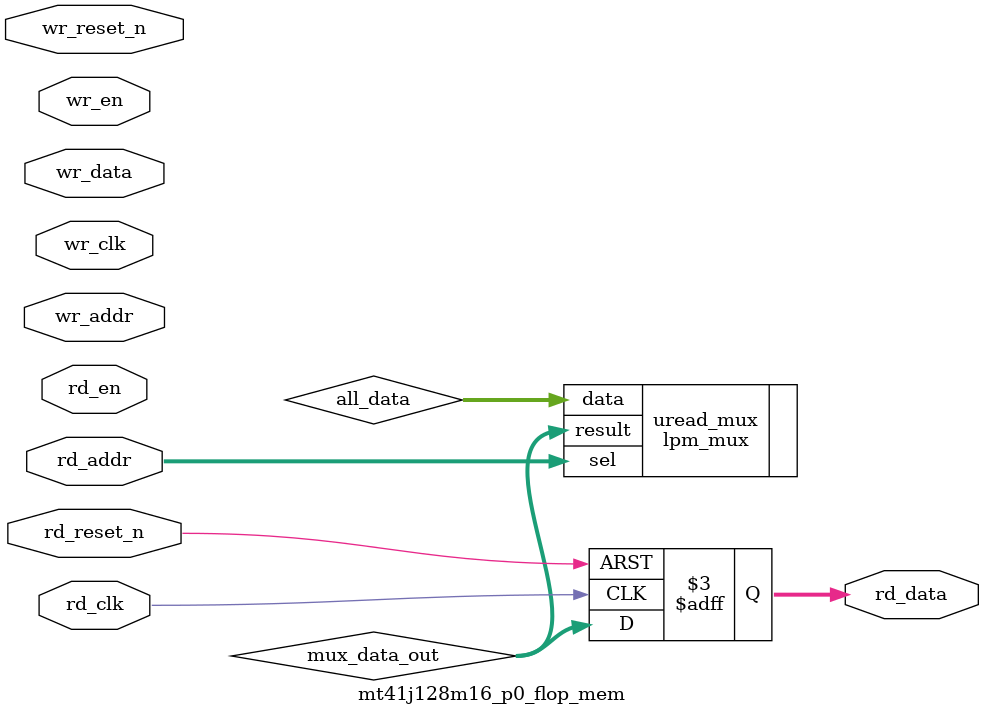
<source format=v>



`timescale 1 ps / 1 ps

(* altera_attribute = "-name ALLOW_SYNCH_CTRL_USAGE ON;-name AUTO_CLOCK_ENABLE_RECOGNITION ON" *)
module mt41j128m16_p0_flop_mem(
	wr_reset_n,
	wr_clk,
	wr_en,
	wr_addr,
	wr_data,
	rd_reset_n,
	rd_clk,
	rd_en,
	rd_addr,
	rd_data
);

parameter WRITE_MEM_DEPTH	= "";
parameter WRITE_ADDR_WIDTH	= "";
parameter WRITE_DATA_WIDTH	= "";
parameter READ_MEM_DEPTH	= "";
parameter READ_ADDR_WIDTH	= "";		 
parameter READ_DATA_WIDTH	= "";


input	wr_reset_n;
input	wr_clk;
input	wr_en;
input	[WRITE_ADDR_WIDTH-1:0] wr_addr;
input	[WRITE_DATA_WIDTH-1:0] wr_data;
input	rd_reset_n;
input	rd_clk;
input	rd_en;
input	[READ_ADDR_WIDTH-1:0] rd_addr;
output	[READ_DATA_WIDTH-1:0] rd_data;



wire	[WRITE_DATA_WIDTH*WRITE_MEM_DEPTH-1:0] all_data;
wire	[READ_DATA_WIDTH-1:0] mux_data_out;



// declare a memory with WRITE_MEM_DEPTH entries
// each entry contains a data size of WRITE_DATA_WIDTH
reg	[WRITE_DATA_WIDTH-1:0] data_stored [0:WRITE_MEM_DEPTH-1] /* synthesis syn_preserve = 1 */;
reg	[READ_DATA_WIDTH-1:0] rd_data;

generate
genvar entry;
	for (entry=0; entry < WRITE_MEM_DEPTH; entry=entry+1)
	begin: mem_location
		assign all_data[(WRITE_DATA_WIDTH*(entry+1)-1) : (WRITE_DATA_WIDTH*entry)] = data_stored[entry]; 
		
		always @(posedge wr_clk or negedge wr_reset_n)
		begin
			if (~wr_reset_n) begin
				data_stored[entry] <= {WRITE_DATA_WIDTH{1'b0}};
			end else begin
				if (wr_en) begin
					if (entry == wr_addr) begin
						data_stored[entry] <= wr_data;
					end
				end
			end
		end		
	end
endgenerate

// mux to select the correct output data based on read address
lpm_mux	uread_mux(
	.sel (rd_addr),
	.data (all_data),
	.result (mux_data_out)
	// synopsys translate_off
	,
	.aclr (),
	.clken (),
	.clock ()
	// synopsys translate_on
	);
 defparam uread_mux.lpm_size = READ_MEM_DEPTH;
 defparam uread_mux.lpm_type = "LPM_MUX";
 defparam uread_mux.lpm_width = READ_DATA_WIDTH;
 defparam uread_mux.lpm_widths = READ_ADDR_WIDTH;

always @(posedge rd_clk or negedge rd_reset_n)	
begin
	if (~rd_reset_n) begin
		rd_data <= {READ_DATA_WIDTH{1'b0}};
	end else begin
		rd_data <= mux_data_out;
	end
end

endmodule

</source>
